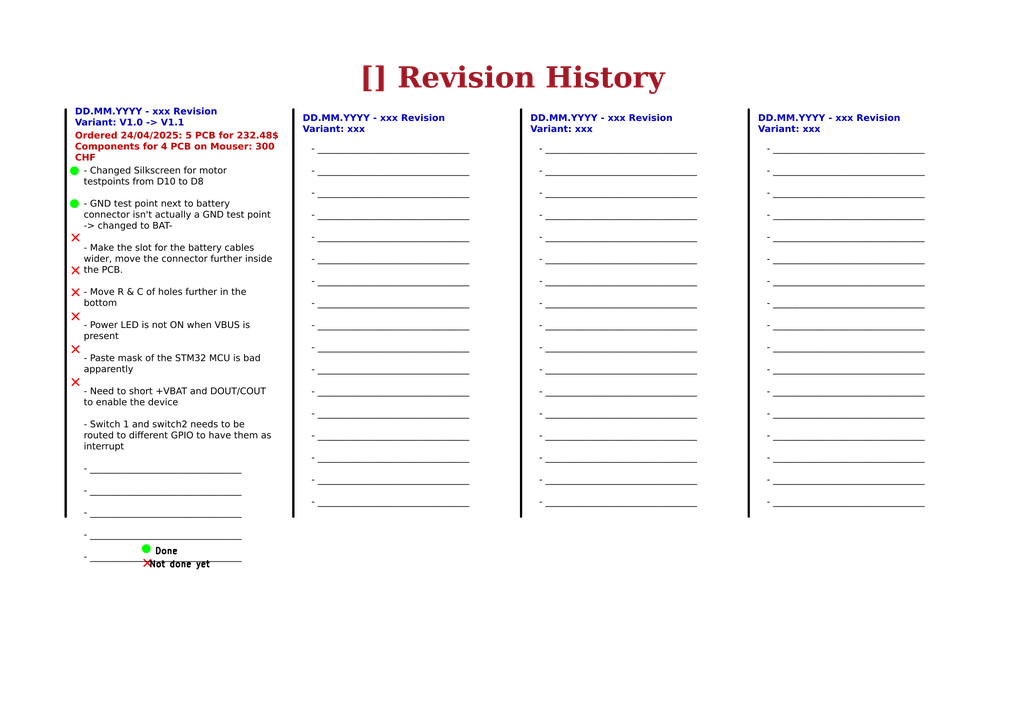
<source format=kicad_sch>
(kicad_sch
	(version 20250114)
	(generator "eeschema")
	(generator_version "9.0")
	(uuid "ea8c4f5e-7a49-4faf-a994-dbc85ed86b0a")
	(paper "A4")
	(title_block
		(title "Revision History")
		(date "2025-04-24")
		(rev "${REVISION}")
		(company "${COMPANY}")
	)
	(lib_symbols)
	(circle
		(center 42.418 159.131)
		(radius 1.27)
		(stroke
			(width -0.0001)
			(type solid)
		)
		(fill
			(type color)
			(color 0 255 0 1)
		)
		(uuid 2738453d-4095-467b-8b33-2e3fdecc6b52)
	)
	(circle
		(center 21.59 59.055)
		(radius 1.27)
		(stroke
			(width -0.0001)
			(type solid)
		)
		(fill
			(type color)
			(color 0 255 0 1)
		)
		(uuid 39aafa62-fb3b-4fd4-9cb1-905b956c0cfb)
	)
	(circle
		(center 21.59 49.53)
		(radius 1.27)
		(stroke
			(width -0.0001)
			(type solid)
		)
		(fill
			(type color)
			(color 0 255 0 1)
		)
		(uuid 5097ba73-ebe6-4c95-9a51-61d585b61c63)
	)
	(text "Done"
		(exclude_from_sim no)
		(at 48.26 160.02 0)
		(effects
			(font
				(size 1.778 1.778)
				(thickness 0.3556)
				(bold yes)
				(color 0 0 0 1)
			)
		)
		(uuid "abba4a09-20a6-4e21-9345-140edc9a12c5")
	)
	(text "Not done yet"
		(exclude_from_sim no)
		(at 52.07 163.83 0)
		(effects
			(font
				(size 1.778 1.778)
				(thickness 0.3556)
				(bold yes)
				(color 0 0 0 1)
			)
		)
		(uuid "cb908854-c7e1-42df-8600-226560051945")
	)
	(text_box "- _________________________________\n\n- _________________________________\n\n- _________________________________\n\n- _________________________________\n\n- _________________________________\n\n- _________________________________\n\n- _________________________________\n\n- _________________________________\n\n- _________________________________\n\n- _________________________________\n\n- _________________________________\n\n- _________________________________\n\n- _________________________________\n\n- _________________________________\n\n- _________________________________\n\n- _________________________________\n\n- _________________________________"
		(exclude_from_sim no)
		(at 220.98 40.64 0)
		(size 58.42 115.57)
		(margins 1.4287 1.4287 1.4287 1.4287)
		(stroke
			(width -0.0001)
			(type default)
		)
		(fill
			(type none)
		)
		(effects
			(font
				(face "Arial")
				(size 1.905 1.905)
				(color 0 0 0 1)
			)
			(justify left top)
		)
		(uuid "0c062e2b-2be1-4307-b752-045c211787f4")
	)
	(text_box "DD.MM.YYYY - xxx Revision\nVariant: xxx"
		(exclude_from_sim no)
		(at 86.36 31.75 0)
		(size 57.15 7.62)
		(margins 1.4287 1.4287 1.4287 1.4287)
		(stroke
			(width -0.0001)
			(type default)
		)
		(fill
			(type none)
		)
		(effects
			(font
				(face "Arial")
				(size 1.905 1.905)
				(thickness 0.254)
				(bold yes)
			)
			(justify left top)
		)
		(uuid "14f2d7b6-dcd6-4c43-91a3-c7a76690654c")
	)
	(text_box "[${#}] ${TITLE}"
		(exclude_from_sim no)
		(at 80.01 16.51 0)
		(size 137.16 12.7)
		(margins 4.4999 4.4999 4.4999 4.4999)
		(stroke
			(width -0.0001)
			(type default)
		)
		(fill
			(type none)
		)
		(effects
			(font
				(face "Times New Roman")
				(size 6 6)
				(thickness 1.2)
				(bold yes)
				(color 162 22 34 1)
			)
		)
		(uuid "20a0a094-ac98-46df-bdac-21d5721f7697")
	)
	(text_box "DD.MM.YYYY - xxx Revision\nVariant: xxx"
		(exclude_from_sim no)
		(at 152.4 31.75 0)
		(size 57.15 7.62)
		(margins 1.4287 1.4287 1.4287 1.4287)
		(stroke
			(width -0.0001)
			(type default)
		)
		(fill
			(type none)
		)
		(effects
			(font
				(face "Arial")
				(size 1.905 1.905)
				(thickness 0.254)
				(bold yes)
			)
			(justify left top)
		)
		(uuid "61447e65-3862-4ca7-a61e-5d8506cb38bb")
	)
	(text_box "- Changed Silkscreen for motor testpoints from D10 to D8\n\n- GND test point next to battery connector isn't actually a GND test point -> changed to BAT-\n\n- Make the slot for the battery cables wider, move the connector further inside the PCB.\n\n- Move R & C of holes further in the bottom\n\n- Power LED is not ON when VBUS is present\n\n- Paste mask of the STM32 MCU is bad apparently\n\n- Need to short +VBAT and DOUT/COUT to enable the device\n\n- Switch 1 and switch2 needs to be routed to different GPIO to have them as interrupt\n\n- _________________________________\n\n- _________________________________\n\n- _________________________________\n\n- _________________________________\n\n- _________________________________"
		(exclude_from_sim no)
		(at 22.86 46.99 0)
		(size 58.42 115.57)
		(margins 1.4287 1.4287 1.4287 1.4287)
		(stroke
			(width -0.0001)
			(type solid)
		)
		(fill
			(type none)
		)
		(effects
			(font
				(face "Arial")
				(size 1.905 1.905)
				(color 0 0 0 1)
			)
			(justify left top)
		)
		(uuid "7cea8527-91c8-47c3-a860-064e128bcffe")
	)
	(text_box "- _________________________________\n\n- _________________________________\n\n- _________________________________\n\n- _________________________________\n\n- _________________________________\n\n- _________________________________\n\n- _________________________________\n\n- _________________________________\n\n- _________________________________\n\n- _________________________________\n\n- _________________________________\n\n- _________________________________\n\n- _________________________________\n\n- _________________________________\n\n- _________________________________\n\n- _________________________________\n\n- _________________________________"
		(exclude_from_sim no)
		(at 154.94 40.64 0)
		(size 58.42 115.57)
		(margins 1.4287 1.4287 1.4287 1.4287)
		(stroke
			(width -0.0001)
			(type default)
		)
		(fill
			(type none)
		)
		(effects
			(font
				(face "Arial")
				(size 1.905 1.905)
				(color 0 0 0 1)
			)
			(justify left top)
		)
		(uuid "8ad0acb7-8a2e-40a2-87c7-888a93359ccd")
	)
	(text_box "DD.MM.YYYY - xxx Revision\nVariant: V1.0 -> V1.1"
		(exclude_from_sim no)
		(at 20.32 29.845 0)
		(size 57.15 7.62)
		(margins 1.4287 1.4287 1.4287 1.4287)
		(stroke
			(width -0.0001)
			(type solid)
		)
		(fill
			(type none)
		)
		(effects
			(font
				(face "Arial")
				(size 1.905 1.905)
				(thickness 0.254)
				(bold yes)
			)
			(justify left top)
		)
		(uuid "922c5813-4880-4ddf-ba01-939f72022a9d")
	)
	(text_box "- _________________________________\n\n- _________________________________\n\n- _________________________________\n\n- _________________________________\n\n- _________________________________\n\n- _________________________________\n\n- _________________________________\n\n- _________________________________\n\n- _________________________________\n\n- _________________________________\n\n- _________________________________\n\n- _________________________________\n\n- _________________________________\n\n- _________________________________\n\n- _________________________________\n\n- _________________________________\n\n- _________________________________"
		(exclude_from_sim no)
		(at 88.9 40.64 0)
		(size 58.42 115.57)
		(margins 1.4287 1.4287 1.4287 1.4287)
		(stroke
			(width -0.0001)
			(type default)
		)
		(fill
			(type none)
		)
		(effects
			(font
				(face "Arial")
				(size 1.905 1.905)
				(color 0 0 0 1)
			)
			(justify left top)
		)
		(uuid "cd63b456-8f62-4290-9191-6ad427c40f65")
	)
	(text_box "DD.MM.YYYY - xxx Revision\nVariant: xxx"
		(exclude_from_sim no)
		(at 218.44 31.75 0)
		(size 57.15 7.62)
		(margins 1.4287 1.4287 1.4287 1.4287)
		(stroke
			(width -0.0001)
			(type default)
		)
		(fill
			(type none)
		)
		(effects
			(font
				(face "Arial")
				(size 1.905 1.905)
				(thickness 0.254)
				(bold yes)
			)
			(justify left top)
		)
		(uuid "f47af890-f55a-44bf-b54f-b7df3adde008")
	)
	(text_box "Ordered 24/04/2025: 5 PCB for 232.48$\nComponents for 4 PCB on Mouser: 300 CHF"
		(exclude_from_sim no)
		(at 20.32 36.83 0)
		(size 62.23 7.62)
		(margins 1.4287 1.4287 1.4287 1.4287)
		(stroke
			(width -0.0001)
			(type solid)
		)
		(fill
			(type none)
		)
		(effects
			(font
				(face "Arial")
				(size 1.905 1.905)
				(thickness 0.254)
				(bold yes)
				(color 194 0 0 1)
			)
			(justify left top)
		)
		(uuid "f692451c-0bb1-41b8-831b-05dbe698412a")
	)
	(polyline
		(pts
			(xy 22.86 111.76) (xy 20.955 109.855)
		)
		(stroke
			(width 0.381)
			(type solid)
			(color 255 0 0 1)
		)
		(uuid "219e9aae-5fa0-4f2d-8d57-6d9585e7d546")
	)
	(polyline
		(pts
			(xy 22.86 69.85) (xy 20.955 67.945)
		)
		(stroke
			(width 0.381)
			(type solid)
			(color 255 0 0 1)
		)
		(uuid "22eeb99b-16d4-4c1a-8195-24d4b9fc46cd")
	)
	(polyline
		(pts
			(xy 43.688 164.211) (xy 41.783 162.306)
		)
		(stroke
			(width 0.381)
			(type solid)
			(color 255 0 0 1)
		)
		(uuid "36adf4fa-9579-4355-ba80-3de2c9e07dce")
	)
	(polyline
		(pts
			(xy 22.86 102.235) (xy 20.955 100.33)
		)
		(stroke
			(width 0.381)
			(type solid)
			(color 255 0 0 1)
		)
		(uuid "45b2f5ca-4e91-4540-ad41-af3eb4b7d6d9")
	)
	(polyline
		(pts
			(xy 19.05 31.75) (xy 19.05 149.86)
		)
		(stroke
			(width 0.635)
			(type default)
			(color 0 0 0 1)
		)
		(uuid "4849fe72-6429-4f5b-a9e6-56656658a37b")
	)
	(polyline
		(pts
			(xy 85.09 31.75) (xy 85.09 149.86)
		)
		(stroke
			(width 0.635)
			(type default)
			(color 0 0 0 1)
		)
		(uuid "5f29c90a-4bd5-401c-a0f6-a99df09914f4")
	)
	(polyline
		(pts
			(xy 22.86 85.725) (xy 20.955 83.82)
		)
		(stroke
			(width 0.381)
			(type solid)
			(color 255 0 0 1)
		)
		(uuid "5f88252c-0fef-42c4-ae0e-8c6ad7d980f6")
	)
	(polyline
		(pts
			(xy 22.86 92.71) (xy 20.955 90.805)
		)
		(stroke
			(width 0.381)
			(type solid)
			(color 255 0 0 1)
		)
		(uuid "6245eaac-367f-4976-b0a3-d9595aa3da59")
	)
	(polyline
		(pts
			(xy 20.955 111.76) (xy 22.86 109.855)
		)
		(stroke
			(width 0.381)
			(type solid)
			(color 255 0 0 1)
		)
		(uuid "644bec5d-6169-4bc0-a665-b0c4f9b03c40")
	)
	(polyline
		(pts
			(xy 85.09 31.75) (xy 85.09 149.86)
		)
		(stroke
			(width 0.635)
			(type default)
			(color 0 0 0 1)
		)
		(uuid "74018a10-ab58-4dc2-b4e6-376117e1ffc0")
	)
	(polyline
		(pts
			(xy 20.955 79.375) (xy 22.86 77.47)
		)
		(stroke
			(width 0.381)
			(type solid)
			(color 255 0 0 1)
		)
		(uuid "75d3ce82-91f1-4cb1-b788-f637bb1c091e")
	)
	(polyline
		(pts
			(xy 41.783 164.211) (xy 43.688 162.306)
		)
		(stroke
			(width 0.381)
			(type solid)
			(color 255 0 0 1)
		)
		(uuid "76b5a0eb-0bc3-45e3-85bb-059de6b79228")
	)
	(polyline
		(pts
			(xy 151.13 31.75) (xy 151.13 149.86)
		)
		(stroke
			(width 0.635)
			(type default)
			(color 0 0 0 1)
		)
		(uuid "a6b610d4-f09b-4d6e-ac67-0bb3d0e09fbe")
	)
	(polyline
		(pts
			(xy 20.955 92.71) (xy 22.86 90.805)
		)
		(stroke
			(width 0.381)
			(type solid)
			(color 255 0 0 1)
		)
		(uuid "aabbfdfa-6c78-4d60-bc41-c56e2af7e409")
	)
	(polyline
		(pts
			(xy 19.05 31.75) (xy 19.05 149.86)
		)
		(stroke
			(width 0.635)
			(type default)
			(color 0 0 0 1)
		)
		(uuid "b271ef24-6836-4d14-b8f8-8568bc734aca")
	)
	(polyline
		(pts
			(xy 22.86 79.375) (xy 20.955 77.47)
		)
		(stroke
			(width 0.381)
			(type solid)
			(color 255 0 0 1)
		)
		(uuid "be1699b3-74fc-41c0-baa2-6dcf0fbd418d")
	)
	(polyline
		(pts
			(xy 20.955 102.235) (xy 22.86 100.33)
		)
		(stroke
			(width 0.381)
			(type solid)
			(color 255 0 0 1)
		)
		(uuid "cb36bde7-bbb1-4e84-8109-8ce708c07291")
	)
	(polyline
		(pts
			(xy 20.955 85.725) (xy 22.86 83.82)
		)
		(stroke
			(width 0.381)
			(type solid)
			(color 255 0 0 1)
		)
		(uuid "d26a8cf0-9a29-4c3b-a88e-e727e723408e")
	)
	(polyline
		(pts
			(xy 20.955 69.85) (xy 22.86 67.945)
		)
		(stroke
			(width 0.381)
			(type solid)
			(color 255 0 0 1)
		)
		(uuid "d9530434-17c9-4bdd-8d94-75627877431f")
	)
	(polyline
		(pts
			(xy 217.17 31.75) (xy 217.17 149.86)
		)
		(stroke
			(width 0.635)
			(type default)
			(color 0 0 0 1)
		)
		(uuid "fe21cbb6-f53c-41a1-bc1c-520e82f71f78")
	)
)

</source>
